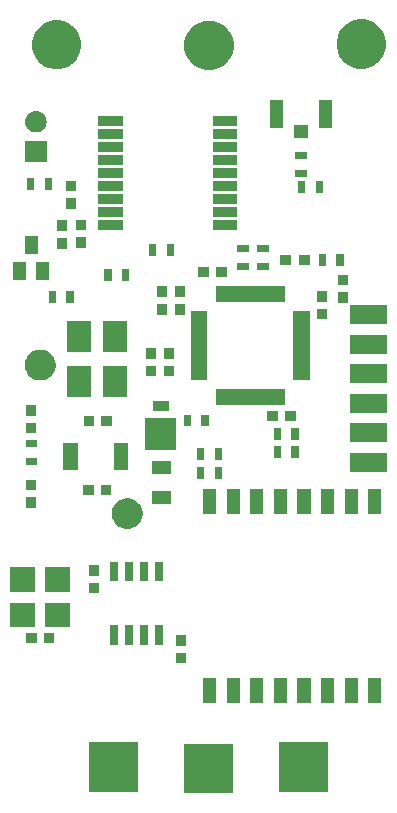
<source format=gbr>
G04 #@! TF.GenerationSoftware,KiCad,Pcbnew,(5.1.4)-1*
G04 #@! TF.CreationDate,2019-11-27T15:40:33+01:00*
G04 #@! TF.ProjectId,picoballoon,7069636f-6261-46c6-9c6f-6f6e2e6b6963,rev?*
G04 #@! TF.SameCoordinates,Original*
G04 #@! TF.FileFunction,Soldermask,Top*
G04 #@! TF.FilePolarity,Negative*
%FSLAX46Y46*%
G04 Gerber Fmt 4.6, Leading zero omitted, Abs format (unit mm)*
G04 Created by KiCad (PCBNEW (5.1.4)-1) date 2019-11-27 15:40:33*
%MOMM*%
%LPD*%
G04 APERTURE LIST*
%ADD10C,0.100000*%
G04 APERTURE END LIST*
D10*
G36*
X58521800Y-91224300D02*
G01*
X54355800Y-91224300D01*
X54355800Y-87058300D01*
X58521800Y-87058300D01*
X58521800Y-91224300D01*
X58521800Y-91224300D01*
G37*
G36*
X66535500Y-91110000D02*
G01*
X62369500Y-91110000D01*
X62369500Y-86944000D01*
X66535500Y-86944000D01*
X66535500Y-91110000D01*
X66535500Y-91110000D01*
G37*
G36*
X50470000Y-91110000D02*
G01*
X46304000Y-91110000D01*
X46304000Y-86944000D01*
X50470000Y-86944000D01*
X50470000Y-91110000D01*
X50470000Y-91110000D01*
G37*
G36*
X71051000Y-83600000D02*
G01*
X69949000Y-83600000D01*
X69949000Y-81498000D01*
X71051000Y-81498000D01*
X71051000Y-83600000D01*
X71051000Y-83600000D01*
G37*
G36*
X57051000Y-83600000D02*
G01*
X55949000Y-83600000D01*
X55949000Y-81498000D01*
X57051000Y-81498000D01*
X57051000Y-83600000D01*
X57051000Y-83600000D01*
G37*
G36*
X59051000Y-83600000D02*
G01*
X57949000Y-83600000D01*
X57949000Y-81498000D01*
X59051000Y-81498000D01*
X59051000Y-83600000D01*
X59051000Y-83600000D01*
G37*
G36*
X61051000Y-83600000D02*
G01*
X59949000Y-83600000D01*
X59949000Y-81498000D01*
X61051000Y-81498000D01*
X61051000Y-83600000D01*
X61051000Y-83600000D01*
G37*
G36*
X65051000Y-83600000D02*
G01*
X63949000Y-83600000D01*
X63949000Y-81498000D01*
X65051000Y-81498000D01*
X65051000Y-83600000D01*
X65051000Y-83600000D01*
G37*
G36*
X67051000Y-83600000D02*
G01*
X65949000Y-83600000D01*
X65949000Y-81498000D01*
X67051000Y-81498000D01*
X67051000Y-83600000D01*
X67051000Y-83600000D01*
G37*
G36*
X69051000Y-83600000D02*
G01*
X67949000Y-83600000D01*
X67949000Y-81498000D01*
X69051000Y-81498000D01*
X69051000Y-83600000D01*
X69051000Y-83600000D01*
G37*
G36*
X63051000Y-83600000D02*
G01*
X61949000Y-83600000D01*
X61949000Y-81498000D01*
X63051000Y-81498000D01*
X63051000Y-83600000D01*
X63051000Y-83600000D01*
G37*
G36*
X54515300Y-80245800D02*
G01*
X53663300Y-80245800D01*
X53663300Y-79343800D01*
X54515300Y-79343800D01*
X54515300Y-80245800D01*
X54515300Y-80245800D01*
G37*
G36*
X54515300Y-78745800D02*
G01*
X53663300Y-78745800D01*
X53663300Y-77843800D01*
X54515300Y-77843800D01*
X54515300Y-78745800D01*
X54515300Y-78745800D01*
G37*
G36*
X52548000Y-78684600D02*
G01*
X51846000Y-78684600D01*
X51846000Y-77032600D01*
X52548000Y-77032600D01*
X52548000Y-78684600D01*
X52548000Y-78684600D01*
G37*
G36*
X50008000Y-78684600D02*
G01*
X49306000Y-78684600D01*
X49306000Y-77032600D01*
X50008000Y-77032600D01*
X50008000Y-78684600D01*
X50008000Y-78684600D01*
G37*
G36*
X48738000Y-78684600D02*
G01*
X48036000Y-78684600D01*
X48036000Y-77032600D01*
X48738000Y-77032600D01*
X48738000Y-78684600D01*
X48738000Y-78684600D01*
G37*
G36*
X51278000Y-78684600D02*
G01*
X50576000Y-78684600D01*
X50576000Y-77032600D01*
X51278000Y-77032600D01*
X51278000Y-78684600D01*
X51278000Y-78684600D01*
G37*
G36*
X43365000Y-78505600D02*
G01*
X42463000Y-78505600D01*
X42463000Y-77653600D01*
X43365000Y-77653600D01*
X43365000Y-78505600D01*
X43365000Y-78505600D01*
G37*
G36*
X41865000Y-78505600D02*
G01*
X40963000Y-78505600D01*
X40963000Y-77653600D01*
X41865000Y-77653600D01*
X41865000Y-78505600D01*
X41865000Y-78505600D01*
G37*
G36*
X44715000Y-77201600D02*
G01*
X42613000Y-77201600D01*
X42613000Y-75099600D01*
X44715000Y-75099600D01*
X44715000Y-77201600D01*
X44715000Y-77201600D01*
G37*
G36*
X41715000Y-77201600D02*
G01*
X39613000Y-77201600D01*
X39613000Y-75099600D01*
X41715000Y-75099600D01*
X41715000Y-77201600D01*
X41715000Y-77201600D01*
G37*
G36*
X47162000Y-74327600D02*
G01*
X46310000Y-74327600D01*
X46310000Y-73425600D01*
X47162000Y-73425600D01*
X47162000Y-74327600D01*
X47162000Y-74327600D01*
G37*
G36*
X44715000Y-74201600D02*
G01*
X42613000Y-74201600D01*
X42613000Y-72099600D01*
X44715000Y-72099600D01*
X44715000Y-74201600D01*
X44715000Y-74201600D01*
G37*
G36*
X41715000Y-74201600D02*
G01*
X39613000Y-74201600D01*
X39613000Y-72099600D01*
X41715000Y-72099600D01*
X41715000Y-74201600D01*
X41715000Y-74201600D01*
G37*
G36*
X51278000Y-73284600D02*
G01*
X50576000Y-73284600D01*
X50576000Y-71632600D01*
X51278000Y-71632600D01*
X51278000Y-73284600D01*
X51278000Y-73284600D01*
G37*
G36*
X50008000Y-73284600D02*
G01*
X49306000Y-73284600D01*
X49306000Y-71632600D01*
X50008000Y-71632600D01*
X50008000Y-73284600D01*
X50008000Y-73284600D01*
G37*
G36*
X52548000Y-73284600D02*
G01*
X51846000Y-73284600D01*
X51846000Y-71632600D01*
X52548000Y-71632600D01*
X52548000Y-73284600D01*
X52548000Y-73284600D01*
G37*
G36*
X48738000Y-73284600D02*
G01*
X48036000Y-73284600D01*
X48036000Y-71632600D01*
X48738000Y-71632600D01*
X48738000Y-73284600D01*
X48738000Y-73284600D01*
G37*
G36*
X47162000Y-72827600D02*
G01*
X46310000Y-72827600D01*
X46310000Y-71925600D01*
X47162000Y-71925600D01*
X47162000Y-72827600D01*
X47162000Y-72827600D01*
G37*
G36*
X49909393Y-66313304D02*
G01*
X50146101Y-66411352D01*
X50146103Y-66411353D01*
X50359135Y-66553696D01*
X50540304Y-66734865D01*
X50577812Y-66791000D01*
X50682648Y-66947899D01*
X50780696Y-67184607D01*
X50830680Y-67435893D01*
X50830680Y-67692107D01*
X50780696Y-67943393D01*
X50682648Y-68180101D01*
X50682647Y-68180103D01*
X50540304Y-68393135D01*
X50359135Y-68574304D01*
X50146103Y-68716647D01*
X50146102Y-68716648D01*
X50146101Y-68716648D01*
X49909393Y-68814696D01*
X49658107Y-68864680D01*
X49401893Y-68864680D01*
X49150607Y-68814696D01*
X48913899Y-68716648D01*
X48913898Y-68716648D01*
X48913897Y-68716647D01*
X48700865Y-68574304D01*
X48519696Y-68393135D01*
X48377353Y-68180103D01*
X48377352Y-68180101D01*
X48279304Y-67943393D01*
X48229320Y-67692107D01*
X48229320Y-67435893D01*
X48279304Y-67184607D01*
X48377352Y-66947899D01*
X48482188Y-66791000D01*
X48519696Y-66734865D01*
X48700865Y-66553696D01*
X48913897Y-66411353D01*
X48913899Y-66411352D01*
X49150607Y-66313304D01*
X49401893Y-66263320D01*
X49658107Y-66263320D01*
X49909393Y-66313304D01*
X49909393Y-66313304D01*
G37*
G36*
X65051000Y-67600000D02*
G01*
X63949000Y-67600000D01*
X63949000Y-65498000D01*
X65051000Y-65498000D01*
X65051000Y-67600000D01*
X65051000Y-67600000D01*
G37*
G36*
X69051000Y-67600000D02*
G01*
X67949000Y-67600000D01*
X67949000Y-65498000D01*
X69051000Y-65498000D01*
X69051000Y-67600000D01*
X69051000Y-67600000D01*
G37*
G36*
X57051000Y-67600000D02*
G01*
X55949000Y-67600000D01*
X55949000Y-65498000D01*
X57051000Y-65498000D01*
X57051000Y-67600000D01*
X57051000Y-67600000D01*
G37*
G36*
X59051000Y-67600000D02*
G01*
X57949000Y-67600000D01*
X57949000Y-65498000D01*
X59051000Y-65498000D01*
X59051000Y-67600000D01*
X59051000Y-67600000D01*
G37*
G36*
X61051000Y-67600000D02*
G01*
X59949000Y-67600000D01*
X59949000Y-65498000D01*
X61051000Y-65498000D01*
X61051000Y-67600000D01*
X61051000Y-67600000D01*
G37*
G36*
X63051000Y-67600000D02*
G01*
X61949000Y-67600000D01*
X61949000Y-65498000D01*
X63051000Y-65498000D01*
X63051000Y-67600000D01*
X63051000Y-67600000D01*
G37*
G36*
X67051000Y-67600000D02*
G01*
X65949000Y-67600000D01*
X65949000Y-65498000D01*
X67051000Y-65498000D01*
X67051000Y-67600000D01*
X67051000Y-67600000D01*
G37*
G36*
X71051000Y-67600000D02*
G01*
X69949000Y-67600000D01*
X69949000Y-65498000D01*
X71051000Y-65498000D01*
X71051000Y-67600000D01*
X71051000Y-67600000D01*
G37*
G36*
X41828000Y-67101300D02*
G01*
X40976000Y-67101300D01*
X40976000Y-66199300D01*
X41828000Y-66199300D01*
X41828000Y-67101300D01*
X41828000Y-67101300D01*
G37*
G36*
X53198000Y-66791000D02*
G01*
X51596000Y-66791000D01*
X51596000Y-65689000D01*
X53198000Y-65689000D01*
X53198000Y-66791000D01*
X53198000Y-66791000D01*
G37*
G36*
X48191000Y-65958000D02*
G01*
X47289000Y-65958000D01*
X47289000Y-65106000D01*
X48191000Y-65106000D01*
X48191000Y-65958000D01*
X48191000Y-65958000D01*
G37*
G36*
X46691000Y-65958000D02*
G01*
X45789000Y-65958000D01*
X45789000Y-65106000D01*
X46691000Y-65106000D01*
X46691000Y-65958000D01*
X46691000Y-65958000D01*
G37*
G36*
X41828000Y-65601300D02*
G01*
X40976000Y-65601300D01*
X40976000Y-64699300D01*
X41828000Y-64699300D01*
X41828000Y-65601300D01*
X41828000Y-65601300D01*
G37*
G36*
X57540600Y-64610600D02*
G01*
X56938600Y-64610600D01*
X56938600Y-63608600D01*
X57540600Y-63608600D01*
X57540600Y-64610600D01*
X57540600Y-64610600D01*
G37*
G36*
X56040600Y-64610600D02*
G01*
X55438600Y-64610600D01*
X55438600Y-63608600D01*
X56040600Y-63608600D01*
X56040600Y-64610600D01*
X56040600Y-64610600D01*
G37*
G36*
X53198000Y-64187500D02*
G01*
X51596000Y-64187500D01*
X51596000Y-63085500D01*
X53198000Y-63085500D01*
X53198000Y-64187500D01*
X53198000Y-64187500D01*
G37*
G36*
X71528000Y-64014000D02*
G01*
X68426000Y-64014000D01*
X68426000Y-62412000D01*
X71528000Y-62412000D01*
X71528000Y-64014000D01*
X71528000Y-64014000D01*
G37*
G36*
X49640000Y-63908000D02*
G01*
X48438000Y-63908000D01*
X48438000Y-61556000D01*
X49640000Y-61556000D01*
X49640000Y-63908000D01*
X49640000Y-63908000D01*
G37*
G36*
X45340000Y-63908000D02*
G01*
X44138000Y-63908000D01*
X44138000Y-61556000D01*
X45340000Y-61556000D01*
X45340000Y-63908000D01*
X45340000Y-63908000D01*
G37*
G36*
X41928400Y-63433400D02*
G01*
X40926400Y-63433400D01*
X40926400Y-62831400D01*
X41928400Y-62831400D01*
X41928400Y-63433400D01*
X41928400Y-63433400D01*
G37*
G36*
X57540600Y-63035800D02*
G01*
X56938600Y-63035800D01*
X56938600Y-62033800D01*
X57540600Y-62033800D01*
X57540600Y-63035800D01*
X57540600Y-63035800D01*
G37*
G36*
X56040600Y-63035800D02*
G01*
X55438600Y-63035800D01*
X55438600Y-62033800D01*
X56040600Y-62033800D01*
X56040600Y-63035800D01*
X56040600Y-63035800D01*
G37*
G36*
X62543000Y-62858000D02*
G01*
X61941000Y-62858000D01*
X61941000Y-61856000D01*
X62543000Y-61856000D01*
X62543000Y-62858000D01*
X62543000Y-62858000D01*
G37*
G36*
X64043000Y-62858000D02*
G01*
X63441000Y-62858000D01*
X63441000Y-61856000D01*
X64043000Y-61856000D01*
X64043000Y-62858000D01*
X64043000Y-62858000D01*
G37*
G36*
X53695800Y-62206300D02*
G01*
X51053800Y-62206300D01*
X51053800Y-59434300D01*
X53695800Y-59434300D01*
X53695800Y-62206300D01*
X53695800Y-62206300D01*
G37*
G36*
X41928400Y-61933400D02*
G01*
X40926400Y-61933400D01*
X40926400Y-61331400D01*
X41928400Y-61331400D01*
X41928400Y-61933400D01*
X41928400Y-61933400D01*
G37*
G36*
X71528000Y-61514000D02*
G01*
X68426000Y-61514000D01*
X68426000Y-59912000D01*
X71528000Y-59912000D01*
X71528000Y-61514000D01*
X71528000Y-61514000D01*
G37*
G36*
X62543000Y-61334000D02*
G01*
X61941000Y-61334000D01*
X61941000Y-60332000D01*
X62543000Y-60332000D01*
X62543000Y-61334000D01*
X62543000Y-61334000D01*
G37*
G36*
X64043000Y-61334000D02*
G01*
X63441000Y-61334000D01*
X63441000Y-60332000D01*
X64043000Y-60332000D01*
X64043000Y-61334000D01*
X64043000Y-61334000D01*
G37*
G36*
X41840700Y-60764000D02*
G01*
X40988700Y-60764000D01*
X40988700Y-59862000D01*
X41840700Y-59862000D01*
X41840700Y-60764000D01*
X41840700Y-60764000D01*
G37*
G36*
X54923000Y-60191000D02*
G01*
X54321000Y-60191000D01*
X54321000Y-59189000D01*
X54923000Y-59189000D01*
X54923000Y-60191000D01*
X54923000Y-60191000D01*
G37*
G36*
X56423000Y-60191000D02*
G01*
X55821000Y-60191000D01*
X55821000Y-59189000D01*
X56423000Y-59189000D01*
X56423000Y-60191000D01*
X56423000Y-60191000D01*
G37*
G36*
X48254500Y-60116000D02*
G01*
X47352500Y-60116000D01*
X47352500Y-59264000D01*
X48254500Y-59264000D01*
X48254500Y-60116000D01*
X48254500Y-60116000D01*
G37*
G36*
X46754500Y-60116000D02*
G01*
X45852500Y-60116000D01*
X45852500Y-59264000D01*
X46754500Y-59264000D01*
X46754500Y-60116000D01*
X46754500Y-60116000D01*
G37*
G36*
X62312000Y-59735000D02*
G01*
X61410000Y-59735000D01*
X61410000Y-58883000D01*
X62312000Y-58883000D01*
X62312000Y-59735000D01*
X62312000Y-59735000D01*
G37*
G36*
X63812000Y-59735000D02*
G01*
X62910000Y-59735000D01*
X62910000Y-58883000D01*
X63812000Y-58883000D01*
X63812000Y-59735000D01*
X63812000Y-59735000D01*
G37*
G36*
X41840700Y-59264000D02*
G01*
X40988700Y-59264000D01*
X40988700Y-58362000D01*
X41840700Y-58362000D01*
X41840700Y-59264000D01*
X41840700Y-59264000D01*
G37*
G36*
X71528000Y-59014000D02*
G01*
X68426000Y-59014000D01*
X68426000Y-57412000D01*
X71528000Y-57412000D01*
X71528000Y-59014000D01*
X71528000Y-59014000D01*
G37*
G36*
X53060800Y-58901300D02*
G01*
X51688800Y-58901300D01*
X51688800Y-58037300D01*
X53060800Y-58037300D01*
X53060800Y-58901300D01*
X53060800Y-58901300D01*
G37*
G36*
X62870000Y-58391000D02*
G01*
X57018000Y-58391000D01*
X57018000Y-56989000D01*
X62870000Y-56989000D01*
X62870000Y-58391000D01*
X62870000Y-58391000D01*
G37*
G36*
X46491000Y-57689000D02*
G01*
X44439000Y-57689000D01*
X44439000Y-55087000D01*
X46491000Y-55087000D01*
X46491000Y-57689000D01*
X46491000Y-57689000D01*
G37*
G36*
X49541000Y-57689000D02*
G01*
X47489000Y-57689000D01*
X47489000Y-55087000D01*
X49541000Y-55087000D01*
X49541000Y-57689000D01*
X49541000Y-57689000D01*
G37*
G36*
X71528000Y-56514000D02*
G01*
X68426000Y-56514000D01*
X68426000Y-54912000D01*
X71528000Y-54912000D01*
X71528000Y-56514000D01*
X71528000Y-56514000D01*
G37*
G36*
X42543393Y-53740304D02*
G01*
X42780101Y-53838352D01*
X42780103Y-53838353D01*
X42993135Y-53980696D01*
X43174304Y-54161865D01*
X43316647Y-54374897D01*
X43316648Y-54374899D01*
X43414696Y-54611607D01*
X43464680Y-54862893D01*
X43464680Y-55119107D01*
X43414696Y-55370393D01*
X43396633Y-55414000D01*
X43316647Y-55607103D01*
X43174304Y-55820135D01*
X42993135Y-56001304D01*
X42780103Y-56143647D01*
X42780102Y-56143648D01*
X42780101Y-56143648D01*
X42543393Y-56241696D01*
X42292107Y-56291680D01*
X42035893Y-56291680D01*
X41784607Y-56241696D01*
X41547899Y-56143648D01*
X41547898Y-56143648D01*
X41547897Y-56143647D01*
X41334865Y-56001304D01*
X41153696Y-55820135D01*
X41011353Y-55607103D01*
X40931367Y-55414000D01*
X40913304Y-55370393D01*
X40863320Y-55119107D01*
X40863320Y-54862893D01*
X40913304Y-54611607D01*
X41011352Y-54374899D01*
X41011353Y-54374897D01*
X41153696Y-54161865D01*
X41334865Y-53980696D01*
X41547897Y-53838353D01*
X41547899Y-53838352D01*
X41784607Y-53740304D01*
X42035893Y-53690320D01*
X42292107Y-53690320D01*
X42543393Y-53740304D01*
X42543393Y-53740304D01*
G37*
G36*
X64995000Y-56266000D02*
G01*
X63593000Y-56266000D01*
X63593000Y-50414000D01*
X64995000Y-50414000D01*
X64995000Y-56266000D01*
X64995000Y-56266000D01*
G37*
G36*
X56295000Y-56266000D02*
G01*
X54893000Y-56266000D01*
X54893000Y-50414000D01*
X56295000Y-50414000D01*
X56295000Y-56266000D01*
X56295000Y-56266000D01*
G37*
G36*
X51988000Y-55938000D02*
G01*
X51136000Y-55938000D01*
X51136000Y-55036000D01*
X51988000Y-55036000D01*
X51988000Y-55938000D01*
X51988000Y-55938000D01*
G37*
G36*
X53512000Y-55938000D02*
G01*
X52660000Y-55938000D01*
X52660000Y-55036000D01*
X53512000Y-55036000D01*
X53512000Y-55938000D01*
X53512000Y-55938000D01*
G37*
G36*
X53512000Y-54438000D02*
G01*
X52660000Y-54438000D01*
X52660000Y-53536000D01*
X53512000Y-53536000D01*
X53512000Y-54438000D01*
X53512000Y-54438000D01*
G37*
G36*
X51988000Y-54438000D02*
G01*
X51136000Y-54438000D01*
X51136000Y-53536000D01*
X51988000Y-53536000D01*
X51988000Y-54438000D01*
X51988000Y-54438000D01*
G37*
G36*
X71528000Y-54014000D02*
G01*
X68426000Y-54014000D01*
X68426000Y-52412000D01*
X71528000Y-52412000D01*
X71528000Y-54014000D01*
X71528000Y-54014000D01*
G37*
G36*
X46491000Y-53879000D02*
G01*
X44439000Y-53879000D01*
X44439000Y-51277000D01*
X46491000Y-51277000D01*
X46491000Y-53879000D01*
X46491000Y-53879000D01*
G37*
G36*
X49541000Y-53879000D02*
G01*
X47489000Y-53879000D01*
X47489000Y-51277000D01*
X49541000Y-51277000D01*
X49541000Y-53879000D01*
X49541000Y-53879000D01*
G37*
G36*
X71528000Y-51514000D02*
G01*
X68426000Y-51514000D01*
X68426000Y-49912000D01*
X71528000Y-49912000D01*
X71528000Y-51514000D01*
X71528000Y-51514000D01*
G37*
G36*
X66466000Y-51112000D02*
G01*
X65614000Y-51112000D01*
X65614000Y-50210000D01*
X66466000Y-50210000D01*
X66466000Y-51112000D01*
X66466000Y-51112000D01*
G37*
G36*
X54401000Y-50731000D02*
G01*
X53549000Y-50731000D01*
X53549000Y-49829000D01*
X54401000Y-49829000D01*
X54401000Y-50731000D01*
X54401000Y-50731000D01*
G37*
G36*
X52877000Y-50731000D02*
G01*
X52025000Y-50731000D01*
X52025000Y-49829000D01*
X52877000Y-49829000D01*
X52877000Y-50731000D01*
X52877000Y-50731000D01*
G37*
G36*
X68244000Y-49727000D02*
G01*
X67392000Y-49727000D01*
X67392000Y-48825000D01*
X68244000Y-48825000D01*
X68244000Y-49727000D01*
X68244000Y-49727000D01*
G37*
G36*
X44993000Y-49713500D02*
G01*
X44391000Y-49713500D01*
X44391000Y-48711500D01*
X44993000Y-48711500D01*
X44993000Y-49713500D01*
X44993000Y-49713500D01*
G37*
G36*
X43493000Y-49713500D02*
G01*
X42891000Y-49713500D01*
X42891000Y-48711500D01*
X43493000Y-48711500D01*
X43493000Y-49713500D01*
X43493000Y-49713500D01*
G37*
G36*
X62870000Y-49691000D02*
G01*
X57018000Y-49691000D01*
X57018000Y-48289000D01*
X62870000Y-48289000D01*
X62870000Y-49691000D01*
X62870000Y-49691000D01*
G37*
G36*
X66466000Y-49612000D02*
G01*
X65614000Y-49612000D01*
X65614000Y-48710000D01*
X66466000Y-48710000D01*
X66466000Y-49612000D01*
X66466000Y-49612000D01*
G37*
G36*
X54401000Y-49231000D02*
G01*
X53549000Y-49231000D01*
X53549000Y-48329000D01*
X54401000Y-48329000D01*
X54401000Y-49231000D01*
X54401000Y-49231000D01*
G37*
G36*
X52877000Y-49231000D02*
G01*
X52025000Y-49231000D01*
X52025000Y-48329000D01*
X52877000Y-48329000D01*
X52877000Y-49231000D01*
X52877000Y-49231000D01*
G37*
G36*
X68244000Y-48227000D02*
G01*
X67392000Y-48227000D01*
X67392000Y-47325000D01*
X68244000Y-47325000D01*
X68244000Y-48227000D01*
X68244000Y-48227000D01*
G37*
G36*
X48204700Y-47859300D02*
G01*
X47602700Y-47859300D01*
X47602700Y-46857300D01*
X48204700Y-46857300D01*
X48204700Y-47859300D01*
X48204700Y-47859300D01*
G37*
G36*
X49704700Y-47859300D02*
G01*
X49102700Y-47859300D01*
X49102700Y-46857300D01*
X49704700Y-46857300D01*
X49704700Y-47859300D01*
X49704700Y-47859300D01*
G37*
G36*
X42903000Y-47761500D02*
G01*
X41801000Y-47761500D01*
X41801000Y-46259500D01*
X42903000Y-46259500D01*
X42903000Y-47761500D01*
X42903000Y-47761500D01*
G37*
G36*
X41003000Y-47761500D02*
G01*
X39901000Y-47761500D01*
X39901000Y-46259500D01*
X41003000Y-46259500D01*
X41003000Y-47761500D01*
X41003000Y-47761500D01*
G37*
G36*
X57970000Y-47543000D02*
G01*
X57068000Y-47543000D01*
X57068000Y-46691000D01*
X57970000Y-46691000D01*
X57970000Y-47543000D01*
X57970000Y-47543000D01*
G37*
G36*
X56470000Y-47543000D02*
G01*
X55568000Y-47543000D01*
X55568000Y-46691000D01*
X56470000Y-46691000D01*
X56470000Y-47543000D01*
X56470000Y-47543000D01*
G37*
G36*
X59835400Y-46923400D02*
G01*
X58833400Y-46923400D01*
X58833400Y-46321400D01*
X59835400Y-46321400D01*
X59835400Y-46923400D01*
X59835400Y-46923400D01*
G37*
G36*
X61511800Y-46923400D02*
G01*
X60509800Y-46923400D01*
X60509800Y-46321400D01*
X61511800Y-46321400D01*
X61511800Y-46923400D01*
X61511800Y-46923400D01*
G37*
G36*
X67853000Y-46602000D02*
G01*
X67251000Y-46602000D01*
X67251000Y-45600000D01*
X67853000Y-45600000D01*
X67853000Y-46602000D01*
X67853000Y-46602000D01*
G37*
G36*
X66353000Y-46602000D02*
G01*
X65751000Y-46602000D01*
X65751000Y-45600000D01*
X66353000Y-45600000D01*
X66353000Y-46602000D01*
X66353000Y-46602000D01*
G37*
G36*
X65005000Y-46552000D02*
G01*
X64103000Y-46552000D01*
X64103000Y-45650000D01*
X65005000Y-45650000D01*
X65005000Y-46552000D01*
X65005000Y-46552000D01*
G37*
G36*
X63405000Y-46552000D02*
G01*
X62503000Y-46552000D01*
X62503000Y-45650000D01*
X63405000Y-45650000D01*
X63405000Y-46552000D01*
X63405000Y-46552000D01*
G37*
G36*
X53502000Y-45776500D02*
G01*
X52900000Y-45776500D01*
X52900000Y-44774500D01*
X53502000Y-44774500D01*
X53502000Y-45776500D01*
X53502000Y-45776500D01*
G37*
G36*
X52002000Y-45776500D02*
G01*
X51400000Y-45776500D01*
X51400000Y-44774500D01*
X52002000Y-44774500D01*
X52002000Y-45776500D01*
X52002000Y-45776500D01*
G37*
G36*
X41953000Y-45561500D02*
G01*
X40851000Y-45561500D01*
X40851000Y-44059500D01*
X41953000Y-44059500D01*
X41953000Y-45561500D01*
X41953000Y-45561500D01*
G37*
G36*
X59835400Y-45423400D02*
G01*
X58833400Y-45423400D01*
X58833400Y-44821400D01*
X59835400Y-44821400D01*
X59835400Y-45423400D01*
X59835400Y-45423400D01*
G37*
G36*
X61511800Y-45423400D02*
G01*
X60509800Y-45423400D01*
X60509800Y-44821400D01*
X61511800Y-44821400D01*
X61511800Y-45423400D01*
X61511800Y-45423400D01*
G37*
G36*
X44431500Y-45143000D02*
G01*
X43579500Y-45143000D01*
X43579500Y-44241000D01*
X44431500Y-44241000D01*
X44431500Y-45143000D01*
X44431500Y-45143000D01*
G37*
G36*
X46019000Y-45079500D02*
G01*
X45167000Y-45079500D01*
X45167000Y-44177500D01*
X46019000Y-44177500D01*
X46019000Y-45079500D01*
X46019000Y-45079500D01*
G37*
G36*
X44431500Y-43643000D02*
G01*
X43579500Y-43643000D01*
X43579500Y-42741000D01*
X44431500Y-42741000D01*
X44431500Y-43643000D01*
X44431500Y-43643000D01*
G37*
G36*
X46019000Y-43579500D02*
G01*
X45167000Y-43579500D01*
X45167000Y-42677500D01*
X46019000Y-42677500D01*
X46019000Y-43579500D01*
X46019000Y-43579500D01*
G37*
G36*
X49160000Y-43536000D02*
G01*
X47058000Y-43536000D01*
X47058000Y-42734000D01*
X49160000Y-42734000D01*
X49160000Y-43536000D01*
X49160000Y-43536000D01*
G37*
G36*
X58860000Y-43536000D02*
G01*
X56758000Y-43536000D01*
X56758000Y-42734000D01*
X58860000Y-42734000D01*
X58860000Y-43536000D01*
X58860000Y-43536000D01*
G37*
G36*
X58860000Y-42436000D02*
G01*
X56758000Y-42436000D01*
X56758000Y-41634000D01*
X58860000Y-41634000D01*
X58860000Y-42436000D01*
X58860000Y-42436000D01*
G37*
G36*
X49160000Y-42436000D02*
G01*
X47058000Y-42436000D01*
X47058000Y-41634000D01*
X49160000Y-41634000D01*
X49160000Y-42436000D01*
X49160000Y-42436000D01*
G37*
G36*
X45193500Y-41777500D02*
G01*
X44341500Y-41777500D01*
X44341500Y-40875500D01*
X45193500Y-40875500D01*
X45193500Y-41777500D01*
X45193500Y-41777500D01*
G37*
G36*
X49160000Y-41336000D02*
G01*
X47058000Y-41336000D01*
X47058000Y-40534000D01*
X49160000Y-40534000D01*
X49160000Y-41336000D01*
X49160000Y-41336000D01*
G37*
G36*
X58860000Y-41336000D02*
G01*
X56758000Y-41336000D01*
X56758000Y-40534000D01*
X58860000Y-40534000D01*
X58860000Y-41336000D01*
X58860000Y-41336000D01*
G37*
G36*
X64591000Y-40441000D02*
G01*
X63989000Y-40441000D01*
X63989000Y-39439000D01*
X64591000Y-39439000D01*
X64591000Y-40441000D01*
X64591000Y-40441000D01*
G37*
G36*
X66091000Y-40441000D02*
G01*
X65489000Y-40441000D01*
X65489000Y-39439000D01*
X66091000Y-39439000D01*
X66091000Y-40441000D01*
X66091000Y-40441000D01*
G37*
G36*
X45193500Y-40277500D02*
G01*
X44341500Y-40277500D01*
X44341500Y-39375500D01*
X45193500Y-39375500D01*
X45193500Y-40277500D01*
X45193500Y-40277500D01*
G37*
G36*
X58860000Y-40236000D02*
G01*
X56758000Y-40236000D01*
X56758000Y-39434000D01*
X58860000Y-39434000D01*
X58860000Y-40236000D01*
X58860000Y-40236000D01*
G37*
G36*
X49160000Y-40236000D02*
G01*
X47058000Y-40236000D01*
X47058000Y-39434000D01*
X49160000Y-39434000D01*
X49160000Y-40236000D01*
X49160000Y-40236000D01*
G37*
G36*
X41651500Y-40188500D02*
G01*
X41049500Y-40188500D01*
X41049500Y-39186500D01*
X41651500Y-39186500D01*
X41651500Y-40188500D01*
X41651500Y-40188500D01*
G37*
G36*
X43151500Y-40188500D02*
G01*
X42549500Y-40188500D01*
X42549500Y-39186500D01*
X43151500Y-39186500D01*
X43151500Y-40188500D01*
X43151500Y-40188500D01*
G37*
G36*
X49160000Y-39136000D02*
G01*
X47058000Y-39136000D01*
X47058000Y-38334000D01*
X49160000Y-38334000D01*
X49160000Y-39136000D01*
X49160000Y-39136000D01*
G37*
G36*
X58860000Y-39136000D02*
G01*
X56758000Y-39136000D01*
X56758000Y-38334000D01*
X58860000Y-38334000D01*
X58860000Y-39136000D01*
X58860000Y-39136000D01*
G37*
G36*
X64763000Y-39074800D02*
G01*
X63761000Y-39074800D01*
X63761000Y-38472800D01*
X64763000Y-38472800D01*
X64763000Y-39074800D01*
X64763000Y-39074800D01*
G37*
G36*
X58860000Y-38036000D02*
G01*
X56758000Y-38036000D01*
X56758000Y-37234000D01*
X58860000Y-37234000D01*
X58860000Y-38036000D01*
X58860000Y-38036000D01*
G37*
G36*
X49160000Y-38036000D02*
G01*
X47058000Y-38036000D01*
X47058000Y-37234000D01*
X49160000Y-37234000D01*
X49160000Y-38036000D01*
X49160000Y-38036000D01*
G37*
G36*
X42709400Y-37832600D02*
G01*
X40907400Y-37832600D01*
X40907400Y-36030600D01*
X42709400Y-36030600D01*
X42709400Y-37832600D01*
X42709400Y-37832600D01*
G37*
G36*
X64763000Y-37574800D02*
G01*
X63761000Y-37574800D01*
X63761000Y-36972800D01*
X64763000Y-36972800D01*
X64763000Y-37574800D01*
X64763000Y-37574800D01*
G37*
G36*
X58860000Y-36936000D02*
G01*
X56758000Y-36936000D01*
X56758000Y-36134000D01*
X58860000Y-36134000D01*
X58860000Y-36936000D01*
X58860000Y-36936000D01*
G37*
G36*
X49160000Y-36936000D02*
G01*
X47058000Y-36936000D01*
X47058000Y-36134000D01*
X49160000Y-36134000D01*
X49160000Y-36936000D01*
X49160000Y-36936000D01*
G37*
G36*
X58860000Y-35836000D02*
G01*
X56758000Y-35836000D01*
X56758000Y-35034000D01*
X58860000Y-35034000D01*
X58860000Y-35836000D01*
X58860000Y-35836000D01*
G37*
G36*
X49160000Y-35836000D02*
G01*
X47058000Y-35836000D01*
X47058000Y-35034000D01*
X49160000Y-35034000D01*
X49160000Y-35836000D01*
X49160000Y-35836000D01*
G37*
G36*
X64836000Y-35791000D02*
G01*
X63684000Y-35791000D01*
X63684000Y-34689000D01*
X64836000Y-34689000D01*
X64836000Y-35791000D01*
X64836000Y-35791000D01*
G37*
G36*
X41918843Y-33497119D02*
G01*
X41985027Y-33503637D01*
X42154866Y-33555157D01*
X42311391Y-33638822D01*
X42347129Y-33668152D01*
X42448586Y-33751414D01*
X42531848Y-33852871D01*
X42561178Y-33888609D01*
X42644843Y-34045134D01*
X42696363Y-34214973D01*
X42713759Y-34391600D01*
X42696363Y-34568227D01*
X42644843Y-34738066D01*
X42561178Y-34894591D01*
X42531848Y-34930329D01*
X42448586Y-35031786D01*
X42347129Y-35115048D01*
X42311391Y-35144378D01*
X42154866Y-35228043D01*
X41985027Y-35279563D01*
X41918842Y-35286082D01*
X41852660Y-35292600D01*
X41764140Y-35292600D01*
X41697958Y-35286082D01*
X41631773Y-35279563D01*
X41461934Y-35228043D01*
X41305409Y-35144378D01*
X41269671Y-35115048D01*
X41168214Y-35031786D01*
X41084952Y-34930329D01*
X41055622Y-34894591D01*
X40971957Y-34738066D01*
X40920437Y-34568227D01*
X40903041Y-34391600D01*
X40920437Y-34214973D01*
X40971957Y-34045134D01*
X41055622Y-33888609D01*
X41084952Y-33852871D01*
X41168214Y-33751414D01*
X41269671Y-33668152D01*
X41305409Y-33638822D01*
X41461934Y-33555157D01*
X41631773Y-33503637D01*
X41697957Y-33497119D01*
X41764140Y-33490600D01*
X41852660Y-33490600D01*
X41918843Y-33497119D01*
X41918843Y-33497119D01*
G37*
G36*
X66861000Y-34891000D02*
G01*
X65759000Y-34891000D01*
X65759000Y-32589000D01*
X66861000Y-32589000D01*
X66861000Y-34891000D01*
X66861000Y-34891000D01*
G37*
G36*
X62761000Y-34891000D02*
G01*
X61659000Y-34891000D01*
X61659000Y-32589000D01*
X62761000Y-32589000D01*
X62761000Y-34891000D01*
X62761000Y-34891000D01*
G37*
G36*
X49160000Y-34736000D02*
G01*
X47058000Y-34736000D01*
X47058000Y-33934000D01*
X49160000Y-33934000D01*
X49160000Y-34736000D01*
X49160000Y-34736000D01*
G37*
G36*
X58860000Y-34736000D02*
G01*
X56758000Y-34736000D01*
X56758000Y-33934000D01*
X58860000Y-33934000D01*
X58860000Y-34736000D01*
X58860000Y-34736000D01*
G37*
G36*
X56857873Y-25897024D02*
G01*
X57059089Y-25937048D01*
X57438171Y-26094069D01*
X57779335Y-26322028D01*
X58069472Y-26612165D01*
X58297431Y-26953329D01*
X58454452Y-27332411D01*
X58534500Y-27734842D01*
X58534500Y-28145158D01*
X58454452Y-28547589D01*
X58297431Y-28926671D01*
X58069472Y-29267835D01*
X57779335Y-29557972D01*
X57438171Y-29785931D01*
X57059089Y-29942952D01*
X56656659Y-30023000D01*
X56246341Y-30023000D01*
X55843911Y-29942952D01*
X55464829Y-29785931D01*
X55123665Y-29557972D01*
X54833528Y-29267835D01*
X54605569Y-28926671D01*
X54448548Y-28547589D01*
X54368500Y-28145158D01*
X54368500Y-27734842D01*
X54448548Y-27332411D01*
X54605569Y-26953329D01*
X54833528Y-26612165D01*
X55123665Y-26322028D01*
X55464829Y-26094069D01*
X55843911Y-25937048D01*
X56045127Y-25897024D01*
X56246341Y-25857000D01*
X56656659Y-25857000D01*
X56857873Y-25897024D01*
X56857873Y-25897024D01*
G37*
G36*
X44168589Y-25873548D02*
G01*
X44547671Y-26030569D01*
X44888835Y-26258528D01*
X45178972Y-26548665D01*
X45406931Y-26889829D01*
X45563952Y-27268911D01*
X45644000Y-27671342D01*
X45644000Y-28081658D01*
X45563952Y-28484089D01*
X45406931Y-28863171D01*
X45178972Y-29204335D01*
X44888835Y-29494472D01*
X44547671Y-29722431D01*
X44168589Y-29879452D01*
X43766159Y-29959500D01*
X43355841Y-29959500D01*
X42953411Y-29879452D01*
X42574329Y-29722431D01*
X42233165Y-29494472D01*
X41943028Y-29204335D01*
X41715069Y-28863171D01*
X41558048Y-28484089D01*
X41478000Y-28081658D01*
X41478000Y-27671342D01*
X41558048Y-27268911D01*
X41715069Y-26889829D01*
X41943028Y-26548665D01*
X42233165Y-26258528D01*
X42574329Y-26030569D01*
X42953411Y-25873548D01*
X43355841Y-25793500D01*
X43766159Y-25793500D01*
X44168589Y-25873548D01*
X44168589Y-25873548D01*
G37*
G36*
X69949589Y-25810048D02*
G01*
X70328671Y-25967069D01*
X70669835Y-26195028D01*
X70959972Y-26485165D01*
X71187931Y-26826329D01*
X71344952Y-27205411D01*
X71425000Y-27607842D01*
X71425000Y-28018158D01*
X71344952Y-28420589D01*
X71187931Y-28799671D01*
X70959972Y-29140835D01*
X70669835Y-29430972D01*
X70328671Y-29658931D01*
X69949589Y-29815952D01*
X69547159Y-29896000D01*
X69136841Y-29896000D01*
X68734411Y-29815952D01*
X68355329Y-29658931D01*
X68014165Y-29430972D01*
X67724028Y-29140835D01*
X67496069Y-28799671D01*
X67339048Y-28420589D01*
X67259000Y-28018158D01*
X67259000Y-27607842D01*
X67339048Y-27205411D01*
X67496069Y-26826329D01*
X67724028Y-26485165D01*
X68014165Y-26195028D01*
X68355329Y-25967069D01*
X68734411Y-25810048D01*
X69136841Y-25730000D01*
X69547159Y-25730000D01*
X69949589Y-25810048D01*
X69949589Y-25810048D01*
G37*
M02*

</source>
